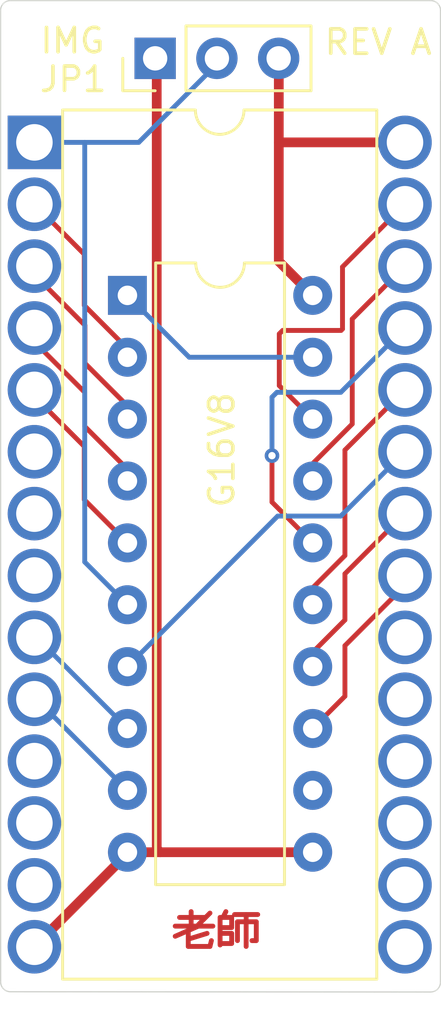
<source format=kicad_pcb>
(kicad_pcb (version 20240108) (generator "pcbnew") (generator_version "8.0")
  (layers (0 "F.Cu" signal) (31 "B.Cu" signal) (34 "B.Paste" user) (35 "F.Paste" user) (36 "B.SilkS" user "B.Silkscreen") (37 "F.SilkS" user "F.Silkscreen") (38 "B.Mask" user) (39 "F.Mask" user) (44 "Edge.Cuts" user))
  (net 0 "")
  (net 1 "A15")
  (net 2 "VCC")
  (net 3 "GND")
  (net 4 "A12")
  (net 6 "A6")
  (net 8 "A5")
  (net 10 "A11")
  (net 13 "A8")
  (net 14 "A0")
  (net 17 "A10")
  (net 19 "A1")
  (net 20 "A13")
  (net 21 "_OE")
  (net 22 "A14")
  (net 27 "A7")
  (net 28 "A9")
  (net 30 "CLK")
  (footprint "Package_DIP:DIP-20_W7.62mm" (layer "F.Cu") (at 140.255 81.92)
    (property "Reference" "U2" (hide yes))
    (property "Value" "GAL16V8" (hide yes))
    (fp_line (start 1.16 -1.33) (end 1.16 24.19) (stroke (width 0.12)) (layer "F.SilkS"))
    (fp_line (start 1.16 24.19) (end 6.46 24.19) (stroke (width 0.12)) (layer "F.SilkS"))
    (fp_line (start 2.81 -1.33) (end 1.16 -1.33) (stroke (width 0.12)) (layer "F.SilkS"))
    (fp_line (start 6.46 -1.33) (end 4.81 -1.33) (stroke (width 0.12)) (layer "F.SilkS"))
    (fp_line (start 6.46 24.19) (end 6.46 -1.33) (stroke (width 0.12)) (layer "F.SilkS"))
    (fp_arc (start 4.81 -1.33) (mid 3.81 -0.33) (end 2.81 -1.33) (stroke (width 0.12)) (layer "F.SilkS"))
    (pad "1" thru_hole rect (at 0 0) (size 1.6 1.6) (drill 0.8) (layers "*.Cu" "*.Mask") (net 30 "CLK"))
    (pad "2" thru_hole oval (at 0 2.54) (size 1.6 1.6) (drill 0.8) (layers "*.Cu" "*.Mask") (net 4 "A12"))
    (pad "3" thru_hole oval (at 0 5.08) (size 1.6 1.6) (drill 0.8) (layers "*.Cu" "*.Mask") (net 27 "A7"))
    (pad "4" thru_hole oval (at 0 7.62) (size 1.6 1.6) (drill 0.8) (layers "*.Cu" "*.Mask") (net 6 "A6"))
    (pad "5" thru_hole oval (at 0 10.16) (size 1.6 1.6) (drill 0.8) (layers "*.Cu" "*.Mask") (net 8 "A5"))
    (pad "6" thru_hole oval (at 0 12.7) (size 1.6 1.6) (drill 0.8) (layers "*.Cu" "*.Mask") (net 1 "A15"))
    (pad "7" thru_hole oval (at 0 15.24) (size 1.6 1.6) (drill 0.8) (layers "*.Cu" "*.Mask") (net 10 "A11"))
    (pad "8" thru_hole oval (at 0 17.78) (size 1.6 1.6) (drill 0.8) (layers "*.Cu" "*.Mask") (net 19 "A1"))
    (pad "9" thru_hole oval (at 0 20.32) (size 1.6 1.6) (drill 0.8) (layers "*.Cu" "*.Mask") (net 14 "A0"))
    (pad "10" thru_hole oval (at 0 22.86) (size 1.6 1.6) (drill 0.8) (layers "*.Cu" "*.Mask") (net 3 "GND"))
    (pad "11" thru_hole oval (at 7.62 22.86) (size 1.6 1.6) (drill 0.8) (layers "*.Cu" "*.Mask") (net 3 "GND"))
    (pad "12" thru_hole oval (at 7.62 20.32) (size 1.6 1.6) (drill 0.8) (layers "*.Cu" "*.Mask"))
    (pad "13" thru_hole oval (at 7.62 17.78) (size 1.6 1.6) (drill 0.8) (layers "*.Cu" "*.Mask") (net 17 "A10"))
    (pad "14" thru_hole oval (at 7.62 15.24) (size 1.6 1.6) (drill 0.8) (layers "*.Cu" "*.Mask") (net 21 "_OE"))
    (pad "15" thru_hole oval (at 7.62 12.7) (size 1.6 1.6) (drill 0.8) (layers "*.Cu" "*.Mask") (net 28 "A9"))
    (pad "16" thru_hole oval (at 7.62 10.16) (size 1.6 1.6) (drill 0.8) (layers "*.Cu" "*.Mask") (net 13 "A8"))
    (pad "17" thru_hole oval (at 7.62 7.62) (size 1.6 1.6) (drill 0.8) (layers "*.Cu" "*.Mask") (net 20 "A13"))
    (pad "18" thru_hole oval (at 7.62 5.08) (size 1.6 1.6) (drill 0.8) (layers "*.Cu" "*.Mask") (net 22 "A14"))
    (pad "19" thru_hole oval (at 7.62 2.54) (size 1.6 1.6) (drill 0.8) (layers "*.Cu" "*.Mask") (net 30 "CLK"))
    (pad "20" thru_hole oval (at 7.62 0) (size 1.6 1.6) (drill 0.8) (layers "*.Cu" "*.Mask") (net 2 "VCC"))
  )
  (footprint "Connector_PinHeader_2.54mm:PinHeader_1x03_P2.54mm_Vertical" (layer "F.Cu") (at 141.395 72.19 90)
    (property "Reference" "JP1" (at -0.86 -3.37 0) (layer "F.SilkS"))
    (property "Value" "IMG")
    (fp_line (start -1.33 -1.33) (end 0 -1.33) (stroke (width 0.12)) (layer "F.SilkS"))
    (fp_line (start -1.33 0) (end -1.33 -1.33) (stroke (width 0.12)) (layer "F.SilkS"))
    (fp_line (start 1.33 1.27) (end 1.33 6.41) (stroke (width 0.12)) (layer "F.SilkS"))
    (fp_line (start -1.33 1.27) (end 1.33 1.27) (stroke (width 0.12)) (layer "F.SilkS"))
    (fp_line (start -1.33 1.27) (end -1.33 6.41) (stroke (width 0.12)) (layer "F.SilkS"))
    (fp_line (start -1.33 6.41) (end 1.33 6.41) (stroke (width 0.12)) (layer "F.SilkS"))
    (pad "1" thru_hole rect (at 0 0 90) (size 1.7 1.7) (drill 1) (layers "*.Cu" "*.Mask") (net 3 "GND"))
    (pad "2" thru_hole oval (at 0 2.54 90) (size 1.7 1.7) (drill 1) (layers "*.Cu" "*.Mask") (net 1 "A15"))
    (pad "3" thru_hole oval (at 0 5.08 90) (size 1.7 1.7) (drill 1) (layers "*.Cu" "*.Mask") (net 2 "VCC"))
  )
  (footprint "laoshi:DIP-28_W15.24mm" (layer "F.Cu") (at 136.43 75.64)
    (property "Reference" "U1" (hide yes))
    (property "Value" "27512")
    (fp_line (start 1.16 -1.33) (end 1.16 34.35) (stroke (width 0.12)) (layer "F.SilkS"))
    (fp_line (start 1.16 34.35) (end 14.08 34.35) (stroke (width 0.12)) (layer "F.SilkS"))
    (fp_line (start 6.62 -1.33) (end 1.16 -1.33) (stroke (width 0.12)) (layer "F.SilkS"))
    (fp_line (start 14.08 -1.33) (end 8.62 -1.33) (stroke (width 0.12)) (layer "F.SilkS"))
    (fp_line (start 14.08 34.35) (end 14.08 -1.33) (stroke (width 0.12)) (layer "F.SilkS"))
    (fp_arc (start 8.62 -1.33) (mid 7.62 -0.33) (end 6.62 -1.33) (stroke (width 0.12)) (layer "F.SilkS"))
    (pad "1" thru_hole rect (at 0 0) (size 2.2 2.2) (drill 1.5) (layers "*.Cu" "*.Mask") (net 1 "A15"))
    (pad "2" thru_hole circle (at 0 2.54) (size 2.2 2.2) (drill 1.5) (layers "*.Cu" "*.Mask") (net 4 "A12"))
    (pad "3" thru_hole circle (at 0 5.08) (size 2.2 2.2) (drill 1.5) (layers "*.Cu" "*.Mask") (net 27 "A7"))
    (pad "4" thru_hole circle (at 0 7.62) (size 2.2 2.2) (drill 1.5) (layers "*.Cu" "*.Mask") (net 6 "A6"))
    (pad "5" thru_hole circle (at 0 10.16) (size 2.2 2.2) (drill 1.5) (layers "*.Cu" "*.Mask") (net 8 "A5"))
    (pad "6" thru_hole circle (at 0 12.7) (size 2.2 2.2) (drill 1.5) (layers "*.Cu" "*.Mask"))
    (pad "7" thru_hole circle (at 0 15.24) (size 2.2 2.2) (drill 1.5) (layers "*.Cu" "*.Mask"))
    (pad "8" thru_hole circle (at 0 17.78) (size 2.2 2.2) (drill 1.5) (layers "*.Cu" "*.Mask"))
    (pad "9" thru_hole circle (at 0 20.32) (size 2.2 2.2) (drill 1.5) (layers "*.Cu" "*.Mask") (net 19 "A1"))
    (pad "10" thru_hole circle (at 0 22.86) (size 2.2 2.2) (drill 1.5) (layers "*.Cu" "*.Mask") (net 14 "A0"))
    (pad "11" thru_hole circle (at 0 25.4) (size 2.2 2.2) (drill 1.5) (layers "*.Cu" "*.Mask"))
    (pad "12" thru_hole circle (at 0 27.94) (size 2.2 2.2) (drill 1.5) (layers "*.Cu" "*.Mask"))
    (pad "13" thru_hole circle (at 0 30.48) (size 2.2 2.2) (drill 1.5) (layers "*.Cu" "*.Mask"))
    (pad "14" thru_hole circle (at 0 33.02) (size 2.2 2.2) (drill 1.5) (layers "*.Cu" "*.Mask") (net 3 "GND"))
    (pad "15" thru_hole circle (at 15.24 33.02) (size 2.2 2.2) (drill 1.5) (layers "*.Cu" "*.Mask"))
    (pad "16" thru_hole circle (at 15.24 30.48) (size 2.2 2.2) (drill 1.5) (layers "*.Cu" "*.Mask"))
    (pad "17" thru_hole circle (at 15.24 27.94) (size 2.2 2.2) (drill 1.5) (layers "*.Cu" "*.Mask"))
    (pad "18" thru_hole circle (at 15.24 25.4) (size 2.2 2.2) (drill 1.5) (layers "*.Cu" "*.Mask"))
    (pad "19" thru_hole circle (at 15.24 22.86) (size 2.2 2.2) (drill 1.5) (layers "*.Cu" "*.Mask"))
    (pad "20" thru_hole circle (at 15.24 20.32) (size 2.2 2.2) (drill 1.5) (layers "*.Cu" "*.Mask"))
    (pad "21" thru_hole circle (at 15.24 17.78) (size 2.2 2.2) (drill 1.5) (layers "*.Cu" "*.Mask") (net 17 "A10"))
    (pad "22" thru_hole circle (at 15.24 15.24) (size 2.2 2.2) (drill 1.5) (layers "*.Cu" "*.Mask") (net 21 "_OE"))
    (pad "23" thru_hole circle (at 15.24 12.7) (size 2.2 2.2) (drill 1.5) (layers "*.Cu" "*.Mask") (net 10 "A11"))
    (pad "24" thru_hole circle (at 15.24 10.16) (size 2.2 2.2) (drill 1.5) (layers "*.Cu" "*.Mask") (net 28 "A9"))
    (pad "25" thru_hole circle (at 15.24 7.62) (size 2.2 2.2) (drill 1.5) (layers "*.Cu" "*.Mask") (net 13 "A8"))
    (pad "26" thru_hole circle (at 15.24 5.08) (size 2.2 2.2) (drill 1.5) (layers "*.Cu" "*.Mask") (net 20 "A13"))
    (pad "27" thru_hole circle (at 15.24 2.54) (size 2.2 2.2) (drill 1.5) (layers "*.Cu" "*.Mask") (net 22 "A14"))
    (pad "28" thru_hole circle (at 15.24 0) (size 2.2 2.2) (drill 1.5) (layers "*.Cu" "*.Mask") (net 2 "VCC"))
  )
  (gr_arc (start 135.04 70.22) (mid 135.157145 69.937145) (end 135.44 69.82) (stroke (width 0.05)) (layer "Edge.Cuts"))
  (gr_line (start 153.13 70.22) (end 153.127145 110.117145) (stroke (width 0.05)) (layer "Edge.Cuts"))
  (gr_arc (start 152.73 69.82) (mid 153.012855 69.937145) (end 153.13 70.22) (stroke (width 0.05)) (layer "Edge.Cuts"))
  (gr_arc (start 135.442843 110.507157) (mid 135.159988 110.390012) (end 135.042843 110.107157) (stroke (width 0.05)) (layer "Edge.Cuts"))
  (gr_line (start 135.44 69.82) (end 152.73 69.82) (stroke (width 0.05)) (layer "Edge.Cuts"))
  (gr_line (start 152.727145 110.517145) (end 135.442843 110.507157) (stroke (width 0.05)) (layer "Edge.Cuts"))
  (gr_arc (start 153.127145 110.117145) (mid 153.01 110.4) (end 152.727145 110.517145) (stroke (width 0.05)) (layer "Edge.Cuts"))
  (gr_line (start 135.042843 110.107157) (end 135.04 70.22) (stroke (width 0.05)) (layer "Edge.Cuts"))
  (gr_text "老師 " (at 141.97 108.81 0) (layer "F.Cu") (effects (font (size 1.25 1.25) (thickness 0.2)) (justify left bottom)))
  (gr_text "REV A" (at 148.28 72.11 0) (layer "F.SilkS") (effects (font (size 1 1)) (justify left bottom)))
  (gr_text "G16V8" (at 144.72 90.72 90) (layer "F.SilkS") (effects (font (size 1 1)) (justify left bottom)))
  (gr_text "IMG" (at 136.59 72.05 0) (layer "F.SilkS") (effects (font (size 1 1)) (justify left bottom)))
  (segment (start 144.16 72.2) (end 140.72 75.64) (width 0.2) (layer "B.Cu") (net 1))
  (segment (start 140.255 94.62) (end 138.5 92.865) (width 0.2) (layer "B.Cu") (net 1))
  (segment (start 138.5 75.64) (end 136.43 75.64) (width 0.2) (layer "B.Cu") (net 1))
  (segment (start 140.72 75.64) (end 138.5 75.64) (width 0.2) (layer "B.Cu") (net 1))
  (segment (start 138.5 92.865) (end 138.5 75.64) (width 0.2) (layer "B.Cu") (net 1))
  (segment (start 146.48 80.525) (end 147.875 81.92) (width 0.4) (layer "F.Cu") (net 2))
  (segment (start 151.67 75.64) (end 146.48 75.64) (width 0.4) (layer "F.Cu") (net 2))
  (segment (start 146.48 72.1775) (end 146.48 80.525) (width 0.4) (layer "F.Cu") (net 2))
  (segment (start 141.6 104.78) (end 147.875 104.78) (width 0.4) (layer "F.Cu") (net 3))
  (segment (start 141.46 72.36) (end 141.46 104.64) (width 0.4) (layer "F.Cu") (net 3))
  (segment (start 141.62 72.2) (end 141.46 72.36) (width 0.4) (layer "F.Cu") (net 3))
  (segment (start 136.43 108.66) (end 140.255 104.835) (width 0.4) (layer "F.Cu") (net 3))
  (segment (start 140.255 104.78) (end 141.6 104.78) (width 0.4) (layer "F.Cu") (net 3))
  (segment (start 141.46 104.64) (end 141.6 104.78) (width 0.4) (layer "F.Cu") (net 3))
  (segment (start 140.255 104.835) (end 140.255 104.78) (width 0.4) (layer "F.Cu") (net 3))
  (segment (start 136.43 78.18) (end 138.48 80.23) (width 0.2) (layer "F.Cu") (net 4))
  (segment (start 140.255 84.105) (end 140.255 84.46) (width 0.2) (layer "F.Cu") (net 4))
  (segment (start 138.48 80.23) (end 138.48 82.33) (width 0.2) (layer "F.Cu") (net 4))
  (segment (start 138.48 82.33) (end 140.255 84.105) (width 0.2) (layer "F.Cu") (net 4))
  (segment (start 138.5 87.3) (end 140.255 89.055) (width 0.2) (layer "F.Cu") (net 6))
  (segment (start 136.43 83.83) (end 138.5 85.9) (width 0.2) (layer "F.Cu") (net 6))
  (segment (start 138.5 85.9) (end 138.5 87.3) (width 0.2) (layer "F.Cu") (net 6))
  (segment (start 140.255 89.055) (end 140.255 89.54) (width 0.2) (layer "F.Cu") (net 6))
  (segment (start 136.43 83.26) (end 136.43 83.83) (width 0.2) (layer "F.Cu") (net 6))
  (segment (start 138.48 90.305) (end 140.255 92.08) (width 0.2) (layer "F.Cu") (net 8))
  (segment (start 136.43 86.07) (end 138.48 88.12) (width 0.2) (layer "F.Cu") (net 8))
  (segment (start 136.43 85.8) (end 136.43 86.07) (width 0.2) (layer "F.Cu") (net 8))
  (segment (start 138.48 88.12) (end 138.48 90.305) (width 0.2) (layer "F.Cu") (net 8))
  (segment (start 146.435 90.98) (end 149.03 90.98) (width 0.2) (layer "B.Cu") (net 10))
  (segment (start 140.255 97.16) (end 146.435 90.98) (width 0.2) (layer "B.Cu") (net 10))
  (segment (start 149.03 90.98) (end 151.67 88.34) (width 0.2) (layer "B.Cu") (net 10))
  (segment (start 146.2 88.5) (end 146.2 88.6) (width 0.2) (layer "F.Cu") (net 13))
  (segment (start 146.2 90.405) (end 146.2 88.5) (width 0.2) (layer "F.Cu") (net 13))
  (segment (start 147.875 92.08) (end 146.2 90.405) (width 0.2) (layer "F.Cu") (net 13))
  (via (at 146.2 88.5) (size 0.6) (drill 0.3) (layers "F.Cu" "B.Cu") (net 13))
  (segment (start 146.2 86.1) (end 146.4 85.9) (width 0.2) (layer "B.Cu") (net 13))
  (segment (start 146.2 88.5) (end 146.2 86.1) (width 0.2) (layer "B.Cu") (net 13))
  (segment (start 149.03 85.9) (end 151.67 83.26) (width 0.2) (layer "B.Cu") (net 13))
  (segment (start 146.4 85.9) (end 149.03 85.9) (width 0.2) (layer "B.Cu") (net 13))
  (segment (start 140.255 102.24) (end 136.515 98.5) (width 0.2) (layer "B.Cu") (net 14))
  (segment (start 136.515 98.5) (end 136.43 98.5) (width 0.2) (layer "B.Cu") (net 14))
  (segment (start 149.2 96.3) (end 151.67 93.83) (width 0.2) (layer "F.Cu") (net 17))
  (segment (start 147.875 99.7) (end 149.2 98.375) (width 0.2) (layer "F.Cu") (net 17))
  (segment (start 149.2 98.375) (end 149.2 96.3) (width 0.2) (layer "F.Cu") (net 17))
  (segment (start 151.67 93.83) (end 151.67 93.42) (width 0.2) (layer "F.Cu") (net 17))
  (segment (start 140.255 99.7) (end 136.515 95.96) (width 0.2) (layer "B.Cu") (net 19))
  (segment (start 136.515 95.96) (end 136.43 95.96) (width 0.2) (layer "B.Cu") (net 19))
  (segment (start 149.5 87.2) (end 149.5 82.89) (width 0.2) (layer "F.Cu") (net 20))
  (segment (start 147.875 89.54) (end 147.875 88.825) (width 0.2) (layer "F.Cu") (net 20))
  (segment (start 149.5 82.89) (end 151.67 80.72) (width 0.2) (layer "F.Cu") (net 20))
  (segment (start 147.875 88.825) (end 149.5 87.2) (width 0.2) (layer "F.Cu") (net 20))
  (segment (start 149.2 93.35) (end 151.67 90.88) (width 0.2) (layer "F.Cu") (net 21))
  (segment (start 147.875 97.16) (end 147.875 96.570635) (width 0.2) (layer "F.Cu") (net 21))
  (segment (start 147.875 96.570635) (end 149.2 95.245635) (width 0.2) (layer "F.Cu") (net 21))
  (segment (start 149.2 95.245635) (end 149.2 93.35) (width 0.2) (layer "F.Cu") (net 21))
  (segment (start 149.1 80.75) (end 151.67 78.18) (width 0.2) (layer "F.Cu") (net 22))
  (segment (start 146.5 85.625) (end 146.5 83.5) (width 0.2) (layer "F.Cu") (net 22))
  (segment (start 147.875 87) (end 146.5 85.625) (width 0.2) (layer "F.Cu") (net 22))
  (segment (start 149.04 83.36) (end 149.1 83.3) (width 0.2) (layer "F.Cu") (net 22))
  (segment (start 149.1 83.3) (end 149.1 80.75) (width 0.2) (layer "F.Cu") (net 22))
  (segment (start 146.5 83.5) (end 146.64 83.36) (width 0.2) (layer "F.Cu") (net 22))
  (segment (start 146.64 83.36) (end 149.04 83.36) (width 0.2) (layer "F.Cu") (net 22))
  (segment (start 138.51 83.15) (end 138.51 84.71) (width 0.2) (layer "F.Cu") (net 27))
  (segment (start 140.255 86.455) (end 140.255 87) (width 0.2) (layer "F.Cu") (net 27))
  (segment (start 136.43 81.07) (end 138.51 83.15) (width 0.2) (layer "F.Cu") (net 27))
  (segment (start 136.43 80.72) (end 136.43 81.07) (width 0.2) (layer "F.Cu") (net 27))
  (segment (start 138.51 84.71) (end 140.255 86.455) (width 0.2) (layer "F.Cu") (net 27))
  (segment (start 149.2 88.27) (end 151.67 85.8) (width 0.2) (layer "F.Cu") (net 28))
  (segment (start 147.875 93.925) (end 149.2 92.6) (width 0.2) (layer "F.Cu") (net 28))
  (segment (start 149.2 92.6) (end 149.2 88.27) (width 0.2) (layer "F.Cu") (net 28))
  (segment (start 147.875 94.62) (end 147.875 93.925) (width 0.2) (layer "F.Cu") (net 28))
  (segment (start 142.795 84.46) (end 147.875 84.46) (width 0.2) (layer "B.Cu") (net 30))
  (segment (start 140.255 81.92) (end 142.795 84.46) (width 0.2) (layer "B.Cu") (net 30))
)
</source>
